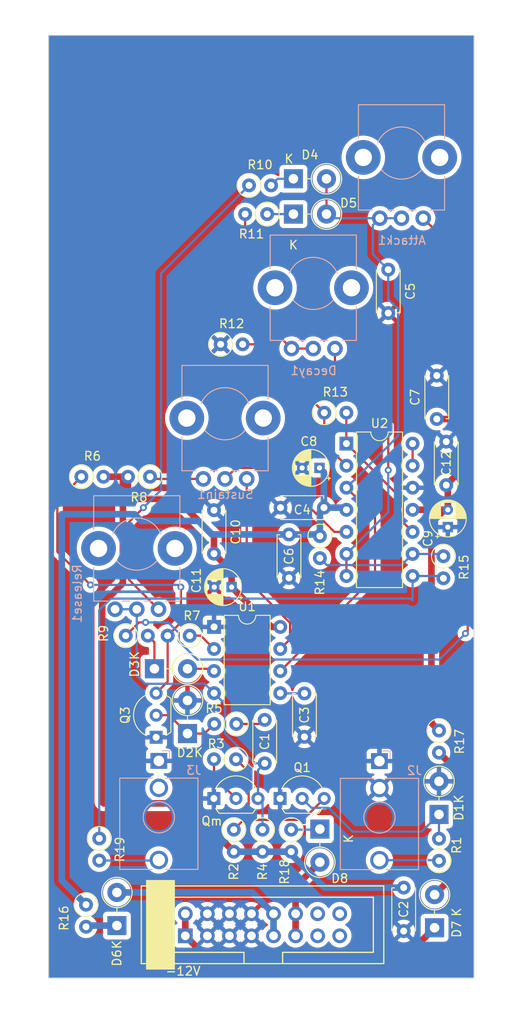
<source format=kicad_pcb>
(kicad_pcb (version 20221018) (generator pcbnew)
  (layers (0 "F.Cu" signal) (31 "B.Cu" signal) (34 "B.Paste" user) (35 "F.Paste" user) (36 "B.SilkS" user "B.Silkscreen") (37 "F.SilkS" user "F.Silkscreen") (38 "B.Mask" user) (39 "F.Mask" user) (44 "Edge.Cuts" user))
  (net 0 "")
  (net 1 "Net-(Attack1-Pad2)")
  (net 2 "Net-(Attack1-Pad1)")
  (net 3 "Net-(C1-Pad1)")
  (net 4 "Net-(C1-Pad2)")
  (net 5 "GND")
  (net 6 "+5V")
  (net 7 "Net-(C3-Pad2)")
  (net 8 "+12V")
  (net 9 "-12V")
  (net 10 "Net-(D1-Pad1)")
  (net 11 "Net-(D2-Pad1)")
  (net 12 "Net-(D3-Pad1)")
  (net 13 "Net-(D3-Pad2)")
  (net 14 "Net-(D4-Pad1)")
  (net 15 "Net-(D5-Pad1)")
  (net 16 "Net-(D6-Pad1)")
  (net 17 "Net-(D6-Pad2)")
  (net 18 "Net-(D7-Pad1)")
  (net 19 "Net-(D7-Pad2)")
  (net 20 "Net-(D8-Pad1)")
  (net 21 "Net-(D8-Pad2)")
  (net 22 "Net-(Decay1-Pad2)")
  (net 23 "Net-(Decay1-Pad1)")
  (net 28 "Net-(J2-PadT)")
  (net 29 "Net-(J3-PadT)")
  (net 31 "Net-(R7-Pad1)")
  (net 32 "Net-(R8-Pad1)")
  (net 33 "Net-(R10-Pad1)")
  (net 34 "Net-(R12-Pad2)")
  (net 35 "Net-(R13-Pad2)")
  (net 36 "Net-(R14-Pad2)")
  (net 37 "Net-(R15-Pad2)")
  (net 38 "Net-(Sustain1-Pad2)")
  (net 39 "Net-(Sustain1-Pad1)")
  (net 40 "Net-(Q1-Pad3)")
  (net 41 "Net-(Q2-Pad2)")
  (net 42 "Net-(Q3-Pad3)")
  (net 43 "Net-(U2-Pad13)")
  (footprint "Diode_THT:D_DO-41_SOD81_P3.81mm_Vertical_KathodeUp" (layer "F.Cu") (at 137.668 140.044818 90)
    (fp_text reference "D7" (at -0.163182 2.54 90) (layer "F.SilkS"))
    (fp_text value "1N5819")
    (fp_text user "K" (at 1.8 2.54 90) (layer "F.SilkS"))
    (pad "1" thru_hole rect (at 0 0 90) (size 2.2 2.2) (drill 1.1) (layers "*.Cu" "*.Mask") (net 18 "Net-(D7-Pad1)"))
    (pad "2" thru_hole oval (at 3.81 0 90) (size 2.2 2.2) (drill 1.1) (layers "*.Cu" "*.Mask") (net 19 "Net-(D7-Pad2)"))
  )
  (footprint "Resistor_THT:R_Axial_DIN0207_L6.3mm_D2.5mm_P2.54mm_Vertical" (layer "F.Cu") (at 117.856 128.749001 -90)
    (fp_text reference "R4" (at 4.854999 0 90) (layer "F.SilkS"))
    (fp_text value "10k")
    (pad "1" thru_hole circle (at 0 0 270) (size 1.6 1.6) (drill 0.8) (layers "*.Cu" "*.Mask") (net 3 "Net-(C1-Pad1)"))
    (pad "2" thru_hole oval (at 2.54 0 270) (size 1.6 1.6) (drill 0.8) (layers "*.Cu" "*.Mask") (net 6 "+5V"))
  )
  (footprint "Package_DIP:DIP-14_W7.62mm" (layer "F.Cu") (at 127.518 84.323001)
    (fp_text reference "U2" (at 3.81 -2.33) (layer "F.SilkS"))
    (fp_text value "LM324")
    (pad "1" thru_hole rect (at 0 0) (size 1.6 1.6) (drill 0.8) (layers "*.Cu" "*.Mask") (net 35 "Net-(R13-Pad2)"))
    (pad "2" thru_hole oval (at 0 2.54) (size 1.6 1.6) (drill 0.8) (layers "*.Cu" "*.Mask") (net 34 "Net-(R12-Pad2)"))
    (pad "3" thru_hole oval (at 0 5.08) (size 1.6 1.6) (drill 0.8) (layers "*.Cu" "*.Mask") (net 1 "Net-(Attack1-Pad2)"))
    (pad "4" thru_hole oval (at 0 7.62) (size 1.6 1.6) (drill 0.8) (layers "*.Cu" "*.Mask") (net 8 "+12V"))
    (pad "5" thru_hole oval (at 0 10.16) (size 1.6 1.6) (drill 0.8) (layers "*.Cu" "*.Mask") (net 38 "Net-(Sustain1-Pad2)"))
    (pad "6" thru_hole oval (at 0 12.7) (size 1.6 1.6) (drill 0.8) (layers "*.Cu" "*.Mask") (net 23 "Net-(Decay1-Pad1)"))
    (pad "7" thru_hole oval (at 0 15.24) (size 1.6 1.6) (drill 0.8) (layers "*.Cu" "*.Mask") (net 23 "Net-(Decay1-Pad1)"))
    (pad "8" thru_hole oval (at 7.62 15.24) (size 1.6 1.6) (drill 0.8) (layers "*.Cu" "*.Mask") (net 37 "Net-(R15-Pad2)"))
    (pad "9" thru_hole oval (at 7.62 12.7) (size 1.6 1.6) (drill 0.8) (layers "*.Cu" "*.Mask") (net 36 "Net-(R14-Pad2)"))
    (pad "10" thru_hole oval (at 7.62 10.16) (size 1.6 1.6) (drill 0.8) (layers "*.Cu" "*.Mask") (net 35 "Net-(R13-Pad2)"))
    (pad "11" thru_hole oval (at 7.62 7.62) (size 1.6 1.6) (drill 0.8) (layers "*.Cu" "*.Mask") (net 9 "-12V"))
    (pad "12" thru_hole oval (at 7.62 5.08) (size 1.6 1.6) (drill 0.8) (layers "*.Cu" "*.Mask") (net 5 "GND"))
    (pad "13" thru_hole oval (at 7.62 2.54) (size 1.6 1.6) (drill 0.8) (layers "*.Cu" "*.Mask") (net 43 "Net-(U2-Pad13)"))
    (pad "14" thru_hole oval (at 7.62 0) (size 1.6 1.6) (drill 0.8) (layers "*.Cu" "*.Mask") (net 43 "Net-(U2-Pad13)"))
  )
  (footprint "Capacitor_THT:C_Disc_D4.7mm_W2.5mm_P5.00mm" (layer "F.Cu") (at 118.11 121.118001 90)
    (fp_text reference "C1" (at 2.5 0 90) (layer "F.SilkS"))
    (fp_text value "0.1u")
    (pad "1" thru_hole circle (at 0 0 90) (size 1.6 1.6) (drill 0.8) (layers "*.Cu" "*.Mask") (net 3 "Net-(C1-Pad1)"))
    (pad "2" thru_hole circle (at 5 0 90) (size 1.6 1.6) (drill 0.8) (layers "*.Cu" "*.Mask") (net 4 "Net-(C1-Pad2)"))
  )
  (footprint "Capacitor_THT:C_Disc_D4.7mm_W2.5mm_P5.00mm" (layer "F.Cu") (at 122.682 118.070001 90)
    (fp_text reference "C3" (at 2.500001 0 90) (layer "F.SilkS"))
    (fp_text value "0.1u")
    (pad "1" thru_hole circle (at 0 0 90) (size 1.6 1.6) (drill 0.8) (layers "*.Cu" "*.Mask") (net 5 "GND"))
    (pad "2" thru_hole circle (at 5 0 90) (size 1.6 1.6) (drill 0.8) (layers "*.Cu" "*.Mask") (net 7 "Net-(C3-Pad2)"))
  )
  (footprint "Resistor_THT:R_Axial_DIN0207_L6.3mm_D2.5mm_P2.54mm_Vertical" (layer "F.Cu") (at 114.554 128.749001 -90)
    (fp_text reference "R2" (at 4.854999 0 90) (layer "F.SilkS"))
    (fp_text value "10k")
    (pad "1" thru_hole circle (at 0 0 270) (size 1.6 1.6) (drill 0.8) (layers "*.Cu" "*.Mask") (net 40 "Net-(Q1-Pad3)"))
    (pad "2" thru_hole oval (at 2.54 0 270) (size 1.6 1.6) (drill 0.8) (layers "*.Cu" "*.Mask") (net 6 "+5V"))
  )
  (footprint "Package_TO_SOT_THT:TO-92L_Inline_Wide" (layer "F.Cu") (at 112.258 125.164001)
    (fp_text reference "Qm" (at -0.244 2.597999) (layer "F.SilkS"))
    (fp_text value "2N3904")
    (pad "1" thru_hole rect (at 0 0) (size 1.5 1.5) (drill 0.8) (layers "*.Cu" "*.Mask") (net 5 "GND"))
    (pad "2" thru_hole circle (at 2.54 0) (size 1.5 1.5) (drill 0.8) (layers "*.Cu" "*.Mask") (net 41 "Net-(Q2-Pad2)"))
    (pad "3" thru_hole circle (at 5.08 0) (size 1.5 1.5) (drill 0.8) (layers "*.Cu" "*.Mask") (net 3 "Net-(C1-Pad1)"))
  )
  (footprint "Capacitor_THT:C_Disc_D4.7mm_W2.5mm_P5.00mm" (layer "F.Cu") (at 124.928 91.694001 180)
    (fp_text reference "C4" (at 2.5 -0.253999) (layer "F.SilkS"))
    (fp_text value "0.1u")
    (pad "1" thru_hole circle (at 0 0 180) (size 1.6 1.6) (drill 0.8) (layers "*.Cu" "*.Mask") (net 8 "+12V"))
    (pad "2" thru_hole circle (at 5 0 180) (size 1.6 1.6) (drill 0.8) (layers "*.Cu" "*.Mask") (net 5 "GND"))
  )
  (footprint "Capacitor_THT:C_Disc_D4.7mm_W2.5mm_P5.00mm" (layer "F.Cu") (at 134.112 140.422001 90)
    (fp_text reference "C2" (at 2.5 0 90) (layer "F.SilkS"))
    (fp_text value "0.1u")
    (pad "1" thru_hole circle (at 0 0 90) (size 1.6 1.6) (drill 0.8) (layers "*.Cu" "*.Mask") (net 5 "GND"))
    (pad "2" thru_hole circle (at 5 0 90) (size 1.6 1.6) (drill 0.8) (layers "*.Cu" "*.Mask") (net 6 "+5V"))
  )
  (footprint "Diode_THT:D_DO-41_SOD81_P3.81mm_Vertical_KathodeUp" (layer "F.Cu") (at 124.46 128.687183 -90)
    (fp_text reference "D8" (at 5.678817 -2.286 180) (layer "F.SilkS"))
    (fp_text value "1N5819")
    (fp_text user "K" (at 1.106817 -3.302 90) (layer "F.SilkS"))
    (pad "1" thru_hole rect (at 0 0 270) (size 2.2 2.2) (drill 1.1) (layers "*.Cu" "*.Mask") (net 20 "Net-(D8-Pad1)"))
    (pad "2" thru_hole oval (at 3.81 0 270) (size 2.2 2.2) (drill 1.1) (layers "*.Cu" "*.Mask") (net 21 "Net-(D8-Pad2)"))
  )
  (footprint "Capacitor_THT:C_Disc_D4.7mm_W2.5mm_P5.00mm" (layer "F.Cu") (at 137.922 81.494001 90)
    (fp_text reference "C7" (at 2.5 -2.5 90) (layer "F.SilkS"))
    (fp_text value "0.1u")
    (pad "1" thru_hole circle (at 0 0 90) (size 1.6 1.6) (drill 0.8) (layers "*.Cu" "*.Mask") (net 9 "-12V"))
    (pad "2" thru_hole circle (at 5 0 90) (size 1.6 1.6) (drill 0.8) (layers "*.Cu" "*.Mask") (net 5 "GND"))
  )
  (footprint "Resistor_THT:R_Axial_DIN0207_L6.3mm_D2.5mm_P2.54mm_Vertical" (layer "F.Cu") (at 114.808 120.650001 180)
    (fp_text reference "R3" (at 2.286 1.778001) (layer "F.SilkS"))
    (fp_text value "5.6k")
    (pad "1" thru_hole circle (at 0 0 180) (size 1.6 1.6) (drill 0.8) (layers "*.Cu" "*.Mask") (net 40 "Net-(Q1-Pad3)"))
    (pad "2" thru_hole oval (at 2.54 0 180) (size 1.6 1.6) (drill 0.8) (layers "*.Cu" "*.Mask") (net 41 "Net-(Q2-Pad2)"))
  )
  (footprint "Resistor_THT:R_Axial_DIN0207_L6.3mm_D2.5mm_P2.54mm_Vertical" (layer "F.Cu") (at 116.303 54.610001)
    (fp_text reference "R10" (at 1.27 -2.37) (layer "F.SilkS"))
    (fp_text value "180")
    (pad "1" thru_hole circle (at 0 0) (size 1.6 1.6) (drill 0.8) (layers "*.Cu" "*.Mask") (net 33 "Net-(R10-Pad1)"))
    (pad "2" thru_hole oval (at 2.54 0) (size 1.6 1.6) (drill 0.8) (layers "*.Cu" "*.Mask") (net 14 "Net-(D4-Pad1)"))
  )
  (footprint "Resistor_THT:R_Axial_DIN0207_L6.3mm_D2.5mm_P2.54mm_Vertical" (layer "F.Cu") (at 109.474 106.426001 180)
    (fp_text reference "R7" (at -0.254 2.286001) (layer "F.SilkS"))
    (fp_text value "1k")
    (pad "1" thru_hole circle (at 0 0 180) (size 1.6 1.6) (drill 0.8) (layers "*.Cu" "*.Mask") (net 31 "Net-(R7-Pad1)"))
    (pad "2" thru_hole oval (at 2.54 0 180) (size 1.6 1.6) (drill 0.8) (layers "*.Cu" "*.Mask") (net 42 "Net-(Q3-Pad3)"))
  )
  (footprint "Package_DIP:DIP-8_W7.62mm" (layer "F.Cu") (at 112.278 105.420001)
    (fp_text reference "U1" (at 3.81 -2.33) (layer "F.SilkS"))
    (fp_text value "NE555P")
    (pad "1" thru_hole rect (at 0 0) (size 1.6 1.6) (drill 0.8) (layers "*.Cu" "*.Mask") (net 5 "GND"))
    (pad "2" thru_hole oval (at 0 2.54) (size 1.6 1.6) (drill 0.8) (layers "*.Cu" "*.Mask") (net 31 "Net-(R7-Pad1)"))
    (pad "3" thru_hole oval (at 0 5.08) (size 1.6 1.6) (drill 0.8) (layers "*.Cu" "*.Mask") (net 13 "Net-(D3-Pad2)"))
    (pad "4" thru_hole oval (at 0 7.62) (size 1.6 1.6) (drill 0.8) (layers "*.Cu" "*.Mask") (net 3 "Net-(C1-Pad1)"))
    (pad "5" thru_hole oval (at 7.62 7.62) (size 1.6 1.6) (drill 0.8) (layers "*.Cu" "*.Mask") (net 7 "Net-(C3-Pad2)"))
    (pad "6" thru_hole oval (at 7.62 5.08) (size 1.6 1.6) (drill 0.8) (layers "*.Cu" "*.Mask") (net 1 "Net-(Attack1-Pad2)"))
    (pad "7" thru_hole oval (at 7.62 2.54) (size 1.6 1.6) (drill 0.8) (layers "*.Cu" "*.Mask") (net 39 "Net-(Sustain1-Pad1)"))
    (pad "8" thru_hole oval (at 7.62 0) (size 1.6 1.6) (drill 0.8) (layers "*.Cu" "*.Mask") (net 6 "+5V"))
  )
  (footprint "Resistor_THT:R_Axial_DIN0207_L6.3mm_D2.5mm_P2.54mm_Vertical" (layer "F.Cu") (at 96.999 88.138001)
    (fp_text reference "R6" (at 1.27 -2.37) (layer "F.SilkS"))
    (fp_text value "10k")
    (pad "1" thru_hole circle (at 0 0) (size 1.6 1.6) (drill 0.8) (layers "*.Cu" "*.Mask") (net 42 "Net-(Q3-Pad3)"))
    (pad "2" thru_hole oval (at 2.54 0) (size 1.6 1.6) (drill 0.8) (layers "*.Cu" "*.Mask") (net 6 "+5V"))
  )
  (footprint "Custom_Footprints:Eurorack_16_pin_header" (layer "F.Cu") (at 108.966 140.970001)
    (fp_text reference "J1" hide)
    (fp_text value "Eurorack 16 DIP Header" hide)
    (fp_text user "-12V" (at -0.254 4.063999) (layer "F.SilkS"))
    (pad "1" thru_hole rect (at 0 0) (size 1.7 1.7) (drill 1) (layers "*.Cu" "*.Mask") (net 18 "Net-(D7-Pad1)"))
    (pad "2" thru_hole circle (at 0 -2.54) (size 1.7 1.7) (drill 1) (layers "*.Cu" "*.Mask") (net 18 "Net-(D7-Pad1)"))
    (pad "3" thru_hole circle (at 2.54 0) (size 1.7 1.7) (drill 1) (layers "*.Cu" "*.Mask") (net 5 "GND"))
    (pad "4" thru_hole circle (at 2.54 -2.54) (size 1.7 1.7) (drill 1) (layers "*.Cu" "*.Mask") (net 5 "GND"))
    (pad "5" thru_hole circle (at 5.08 0) (size 1.7 1.7) (drill 1) (layers "*.Cu" "*.Mask") (net 5 "GND"))
    (pad "6" thru_hole circle (at 5.08 -2.54) (size 1.7 1.7) (drill 1) (layers "*.Cu" "*.Mask") (net 5 "GND"))
    (pad "7" thru_hole circle (at 7.62 0) (size 1.7 1.7) (drill 1) (layers "*.Cu" "*.Mask") (net 5 "GND"))
    (pad "8" thru_hole circle (at 7.62 -2.54) (size 1.7 1.7) (drill 1) (layers "*.Cu" "*.Mask") (net 5 "GND"))
    (pad "9" thru_hole circle (at 10.16 0) (size 1.7 1.7) (drill 1) (layers "*.Cu" "*.Mask") (net 17 "Net-(D6-Pad2)"))
    (pad "10" thru_hole circle (at 10.16 -2.54) (size 1.7 1.7) (drill 1) (layers "*.Cu" "*.Mask") (net 17 "Net-(D6-Pad2)"))
    (pad "11" thru_hole circle (at 12.7 0) (size 1.7 1.7) (drill 1) (layers "*.Cu" "*.Mask") (net 21 "Net-(D8-Pad2)"))
    (pad "12" thru_hole circle (at 12.7 -2.54) (size 1.7 1.7) (drill 1) (layers "*.Cu" "*.Mask") (net 21 "Net-(D8-Pad2)"))
    (pad "13" thru_hole circle (at 15.24 0) (size 1.7 1.7) (drill 1) (layers "*.Cu" "*.Mask"))
    (pad "14" thru_hole circle (at 15.24 -2.54) (size 1.7 1.7) (drill 1) (layers "*.Cu" "*.Mask"))
    (pad "15" thru_hole circle (at 17.78 0) (size 1.7 1.7) (drill 1) (layers "*.Cu" "*.Mask"))
    (pad "16" thru_hole circle (at 17.78 -2.54) (size 1.7 1.7) (drill 1) (layers "*.Cu" "*.Mask"))
  )
  (footprint "Diode_THT:D_DO-41_SOD81_P3.81mm_Vertical_KathodeUp" (layer "F.Cu") (at 121.412 57.912001)
    (fp_text reference "D5" (at 6.35 -1.270001) (layer "F.SilkS"))
    (fp_text value "1N4148")
    (fp_text user "K" (at 0 3.555999) (layer "F.SilkS"))
    (pad "1" thru_hole rect (at 0 0) (size 2.2 2.2) (drill 1.1) (layers "*.Cu" "*.Mask") (net 15 "Net-(D5-Pad1)"))
    (pad "2" thru_hole oval (at 3.81 0) (size 2.2 2.2) (drill 1.1) (layers "*.Cu" "*.Mask") (net 1 "Net-(Attack1-Pad2)"))
  )
  (footprint "Capacitor_THT:C_Disc_D4.7mm_W2.5mm_P5.00mm" (layer "F.Cu") (at 139.01 89.1 90)
    (fp_text reference "C12" (at 2.5 0 90) (layer "F.SilkS"))
    (fp_text value "0.1u")
    (pad "1" thru_hole circle (at 0 0 90) (size 1.6 1.6) (drill 0.8) (layers "*.Cu" "*.Mask") (net 9 "-12V"))
    (pad "2" thru_hole circle (at 5 0 90) (size 1.6 1.6) (drill 0.8) (layers "*.Cu" "*.Mask") (net 5 "GND"))
  )
  (footprint "Resistor_THT:R_Axial_DIN0207_L6.3mm_D2.5mm_P2.54mm_Vertical" (layer "F.Cu") (at 118.393 57.912001 180)
    (fp_text reference "R11" (at 1.807 -2.285999) (layer "F.SilkS"))
    (fp_text value "180")
    (pad "1" thru_hole circle (at 0 0 180) (size 1.6 1.6) (drill 0.8) (layers "*.Cu" "*.Mask") (net 15 "Net-(D5-Pad1)"))
    (pad "2" thru_hole oval (at 2.54 0 180) (size 1.6 1.6) (drill 0.8) (layers "*.Cu" "*.Mask") (net 22 "Net-(Decay1-Pad2)"))
  )
  (footprint "Diode_THT:D_DO-41_SOD81_P3.81mm_Vertical_KathodeUp" (layer "F.Cu") (at 121.412 53.848)
    (fp_text reference "D4" (at 1.905 -2.750635) (layer "F.SilkS"))
    (fp_text value "1N4148")
    (fp_text user "K" (at -0.508 -2.286001) (layer "F.SilkS"))
    (pad "1" thru_hole rect (at 0 0) (size 2.2 2.2) (drill 1.1) (layers "*.Cu" "*.Mask") (net 14 "Net-(D4-Pad1)"))
    (pad "2" thru_hole oval (at 3.81 0) (size 2.2 2.2) (drill 1.1) (layers "*.Cu" "*.Mask") (net 1 "Net-(Attack1-Pad2)"))
  )
  (footprint "Capacitor_THT:C_Disc_D4.7mm_W2.5mm_P5.00mm" (layer "F.Cu") (at 132.334 69.302 90)
    (fp_text reference "C5" (at 2.5 2.54 90) (layer "F.SilkS"))
    (fp_text value "3.3u")
    (pad "1" thru_hole circle (at 0 0 90) (size 1.6 1.6) (drill 0.8) (layers "*.Cu" "*.Mask") (net 5 "GND"))
    (pad "2" thru_hole circle (at 5 0 90) (size 1.6 1.6) (drill 0.8) (layers "*.Cu" "*.Mask") (net 1 "Net-(Attack1-Pad2)"))
  )
  (footprint "Diode_THT:D_DO-41_SOD81_P3.81mm_Vertical_KathodeUp" (layer "F.Cu") (at 109.22 117.692818 90)
    (fp_text reference "D2" (at -2.195182 -0.254 180) (layer "F.SilkS"))
    (fp_text value "1N4148")
    (fp_text user "K" (at -2.195182 1.27 180) (layer "F.SilkS"))
    (pad "1" thru_hole rect (at 0 0 90) (size 2.2 2.2) (drill 1.1) (layers "*.Cu" "*.Mask") (net 11 "Net-(D2-Pad1)"))
    (pad "2" thru_hole oval (at 3.81 0 90) (size 2.2 2.2) (drill 1.1) (layers "*.Cu" "*.Mask") (net 5 "GND"))
  )
  (footprint "Resistor_THT:R_Axial_DIN0207_L6.3mm_D2.5mm_P2.54mm_Vertical" (layer "F.Cu") (at 138.684 97.282001 -90)
    (fp_text reference "R15" (at 1.27 -2.37 90) (layer "F.SilkS"))
    (fp_text value "5k")
    (pad "1" thru_hole circle (at 0 0 270) (size 1.6 1.6) (drill 0.8) (layers "*.Cu" "*.Mask") (net 36 "Net-(R14-Pad2)"))
    (pad "2" thru_hole oval (at 2.54 0 270) (size 1.6 1.6) (drill 0.8) (layers "*.Cu" "*.Mask") (net 37 "Net-(R15-Pad2)"))
  )
  (footprint "Diode_THT:D_DO-41_SOD81_P3.81mm_Vertical_KathodeUp" (layer "F.Cu") (at 101.092 139.790818 90)
    (fp_text reference "D6" (at -3.719182 0 90) (layer "F.SilkS"))
    (fp_text value "1N5819")
    (fp_text user "K" (at -2.195182 0 90) (layer "F.SilkS"))
    (pad "1" thru_hole rect (at 0 0 90) (size 2.2 2.2) (drill 1.1) (layers "*.Cu" "*.Mask") (net 16 "Net-(D6-Pad1)"))
    (pad "2" thru_hole oval (at 3.81 0 90) (size 2.2 2.2) (drill 1.1) (layers "*.Cu" "*.Mask") (net 17 "Net-(D6-Pad2)"))
  )
  (footprint "Diode_THT:D_DO-41_SOD81_P3.81mm_Vertical_KathodeUp" (layer "F.Cu") (at 105.41 110.236001)
    (fp_text reference "D3" (at -2.286 -0.000001 90) (layer "F.SilkS"))
    (fp_text value "1N4148")
    (fp_text user "K" (at -2.286 -1.524001 90) (layer "F.SilkS"))
    (pad "1" thru_hole rect (at 0 0) (size 2.2 2.2) (drill 1.1) (layers "*.Cu" "*.Mask") (net 12 "Net-(D3-Pad1)"))
    (pad "2" thru_hole oval (at 3.81 0) (size 2.2 2.2) (drill 1.1) (layers "*.Cu" "*.Mask") (net 13 "Net-(D3-Pad2)"))
  )
  (footprint "Resistor_THT:R_Axial_DIN0207_L6.3mm_D2.5mm_P2.54mm_Vertical" (layer "F.Cu") (at 99.06 129.765001 -90)
    (fp_text reference "R19" (at 1.27 -2.37 90) (layer "F.SilkS"))
    (fp_text value "1k")
    (pad "1" thru_hole circle (at 0 0 270) (size 1.6 1.6) (drill 0.8) (layers "*.Cu" "*.Mask") (net 37 "Net-(R15-Pad2)"))
    (pad "2" thru_hole oval (at 2.54 0 270) (size 1.6 1.6) (drill 0.8) (layers "*.Cu" "*.Mask") (net 29 "Net-(J3-PadT)"))
  )
  (footprint "Resistor_THT:R_Axial_DIN0207_L6.3mm_D2.5mm_P2.54mm_Vertical" (layer "F.Cu") (at 138.176 117.348001 -90)
    (fp_text reference "R17" (at 1.27 -2.37 90) (layer "F.SilkS"))
    (fp_text value "10")
    (pad "1" thru_hole circle (at 0 0 270) (size 1.6 1.6) (drill 0.8) (layers "*.Cu" "*.Mask") (net 9 "-12V"))
    (pad "2" thru_hole oval (at 2.54 0 270) (size 1.6 1.6) (drill 0.8) (layers "*.Cu" "*.Mask") (net 19 "Net-(D7-Pad2)"))
  )
  (footprint "Resistor_THT:R_Axial_DIN0207_L6.3mm_D2.5mm_P2.54mm_Vertical" (layer "F.Cu") (at 114.837 116.586001 180)
    (fp_text reference "R5" (at 2.569 1.778001) (layer "F.SilkS"))
    (fp_text value "5.6k")
    (pad "1" thru_hole circle (at 0 0 180) (size 1.6 1.6) (drill 0.8) (layers "*.Cu" "*.Mask") (net 4 "Net-(C1-Pad2)"))
    (pad "2" thru_hole oval (at 2.54 0 180) (size 1.6 1.6) (drill 0.8) (layers "*.Cu" "*.Mask") (net 11 "Net-(D2-Pad1)"))
  )
  (footprint "Package_TO_SOT_THT:TO-92L_Inline_Wide" (layer "F.Cu") (at 119.878 125.164001)
    (fp_text reference "Q1" (at 2.54 -3.56) (layer "F.SilkS"))
    (fp_text value "2N3904")
    (pad "1" thru_hole rect (at 0 0) (size 1.5 1.5) (drill 0.8) (layers "*.Cu" "*.Mask") (net 5 "GND"))
    (pad "2" thru_hole circle (at 2.54 0) (size 1.5 1.5) (drill 0.8) (layers "*.Cu" "*.Mask") (net 10 "Net-(D1-Pad1)"))
    (pad "3" thru_hole circle (at 5.08 0) (size 1.5 1.5) (drill 0.8) (layers "*.Cu" "*.Mask") (net 40 "Net-(Q1-Pad3)"))
  )
  (footprint "Diode_THT:D_DO-41_SOD81_P3.81mm_Vertical_KathodeUp" (layer "F.Cu") (at 138.176 127.000001 90)
    (fp_text reference "D1" (at 0.254001 2.286 90) (layer "F.SilkS"))
    (fp_text value "1N4148")
    (fp_text user "K" (at 1.778001 2.286 90) (layer "F.SilkS"))
    (pad "1" thru_hole rect (at 0 0 90) (size 2.2 2.2) (drill 1.1) (layers "*.Cu" "*.Mask") (net 10 "Net-(D1-Pad1)"))
    (pad "2" thru_hole oval (at 3.81 0 90) (size 2.2 2.2) (drill 1.1) (layers "*.Cu" "*.Mask") (net 5 "GND"))
  )
  (footprint "Resistor_THT:R_Axial_DIN0207_L6.3mm_D2.5mm_P2.54mm_Vertical" (layer "F.Cu") (at 102.108 106.426001)
    (fp_text reference "R9" (at -2.54 -0.254001 90) (layer "F.SilkS"))
    (fp_text value "180")
    (pad "1" thru_hole circle (at 0 0) (size 1.6 1.6) (drill 0.8) (layers "*.Cu" "*.Mask") (net 2 "Net-(Attack1-Pad1)"))
    (pad "2" thru_hole oval (at 2.54 0) (size 1.6 1.6) (drill 0.8) (layers "*.Cu" "*.Mask") (net 12 "Net-(D3-Pad1)"))
  )
  (footprint "Resistor_THT:R_Axial_DIN0207_L6.3mm_D2.5mm_P2.54mm_Vertical" (layer "F.Cu") (at 124.968 80.772001)
    (fp_text reference "R13" (at 1.27 -2.37) (layer "F.SilkS"))
    (fp_text value "10k")
    (pad "1" thru_hole circle (at 0 0) (size 1.6 1.6) (drill 0.8) (layers "*.Cu" "*.Mask") (net 34 "Net-(R12-Pad2)"))
    (pad "2" thru_hole oval (at 2.54 0) (size 1.6 1.6) (drill 0.8) (layers "*.Cu" "*.Mask") (net 35 "Net-(R13-Pad2)"))
  )
  (footprint "Resistor_THT:R_Axial_DIN0207_L6.3mm_D2.5mm_P2.54mm_Vertical" (layer "F.Cu") (at 124.46 94.967001 -90)
    (fp_text reference "R14" (at 5.362999 0 90) (layer "F.SilkS"))
    (fp_text value "150k")
    (pad "1" thru_hole circle (at 0 0 270) (size 1.6 1.6) (drill 0.8) (layers "*.Cu" "*.Mask") (net 8 "+12V"))
    (pad "2" thru_hole oval (at 2.54 0 270) (size 1.6 1.6) (drill 0.8) (layers "*.Cu" "*.Mask") (net 36 "Net-(R14-Pad2)"))
  )
  (footprint "Resistor_THT:R_Axial_DIN0207_L6.3mm_D2.5mm_P2.54mm_Vertical" (layer "F.Cu") (at 97.536 137.385001 -90)
    (fp_text reference "R16" (at 1.552999 2.54 90) (layer "F.SilkS"))
    (fp_text value "10")
    (pad "1" thru_hole circle (at 0 0 270) (size 1.6 1.6) (drill 0.8) (layers "*.Cu" "*.Mask") (net 8 "+12V"))
    (pad "2" thru_hole oval (at 2.54 0 270) (size 1.6 1.6) (drill 0.8) (layers "*.Cu" "*.Mask") (net 16 "Net-(D6-Pad1)"))
  )
  (footprint "Resistor_THT:R_Axial_DIN0207_L6.3mm_D2.5mm_P2.54mm_Vertical" (layer "F.Cu") (at 113.03 72.898001)
    (fp_text reference "R12" (at 1.27 -2.37) (layer "F.SilkS"))
    (fp_text value "7k")
    (pad "1" thru_hole circle (at 0 0) (size 1.6 1.6) (drill 0.8) (layers "*.Cu" "*.Mask") (net 5 "GND"))
    (pad "2" thru_hole oval (at 2.54 0) (size 1.6 1.6) (drill 0.8) (layers "*.Cu" "*.Mask") (net 34 "Net-(R12-Pad2)"))
  )
  (footprint "Resistor_THT:R_Axial_DIN0207_L6.3mm_D2.5mm_P2.54mm_Vertical" (layer "F.Cu") (at 121.158 128.749001 -90)
    (fp_text reference "R18" (at 4.854999 0.762 90) (layer "F.SilkS"))
    (fp_text value "10")
    (pad "1" thru_hole circle (at 0 0 270) (size 1.6 1.6) (drill 0.8) (layers "*.Cu" "*.Mask") (net 20 "Net-(D8-Pad1)"))
    (pad "2" thru_hole oval (at 2.54 0 270) (size 1.6 1.6) (drill 0.8) (layers "*.Cu" "*.Mask") (net 6 "+5V"))
  )
  (footprint "Resistor_THT:R_Axial_DIN0207_L6.3mm_D2.5mm_P2.54mm_Vertical" (layer "F.Cu") (at 138.176 132.334001 90)
    (fp_text reference "R1" (at 1.778001 2.032 90) (layer "F.SilkS"))
    (fp_text value "5.6k")
    (pad "1" thru_hole circle (at 0 0 90) (size 1.6 1.6) (drill 0.8) (layers "*.Cu" "*.Mask") (net 28 "Net-(J2-PadT)"))
    (pad "2" thru_hole oval (at 2.54 0 90) (size 1.6 1.6) (drill 0.8) (layers "*.Cu" "*.Mask") (net 10 "Net-(D1-Pad1)"))
  )
  (footprint "Capacitor_THT:CP_Radial_D4.0mm_P2.00mm" (layer "F.Cu") (at 139.192 93.9366 90)
    (fp_text reference "C9" (at -1.3134 -2.286 90) (layer "F.SilkS"))
    (fp_text value "47u")
    (pad "1" thru_hole rect (at 0 0 90) (size 1.2 1.2) (drill 0.6) (layers "*.Cu" "*.Mask") (net 5 "GND"))
    (pad "2" thru_hole circle (at 2 0 90) (size 1.2 1.2) (drill 0.6) (layers "*.Cu" "*.Mask") (net 9 "-12V"))
  )
  (footprint "Resistor_THT:R_Axial_DIN0207_L6.3mm_D2.5mm_P2.54mm_Vertical" (layer "F.Cu") (at 104.902 88.138001 180)
    (fp_text reference "R8" (at 1.27 -2.37) (layer "F.SilkS"))
    (fp_text value "5.6k")
    (pad "1" thru_hole circle (at 0 0 180) (size 1.6 1.6) (drill 0.8) (layers "*.Cu" "*.Mask") (net 32 "Net-(R8-Pad1)"))
    (pad "2" thru_hole oval (at 2.54 0 180) (size 1.6 1.6) (drill 0.8) (layers "*.Cu" "*.Mask") (net 6 "+5V"))
  )
  (footprint "Capacitor_THT:C_Disc_D4.7mm_W2.5mm_P5.00mm" (layer "F.Cu") (at 120.904 99.782001 90)
    (fp_text reference "C6" (at 2.5 0 90) (layer "F.SilkS"))
    (fp_text value "0.1u")
    (pad "1" thru_hole circle (at 0 0 90) (size 1.6 1.6) (drill 0.8) (layers "*.Cu" "*.Mask") (net 5 "GND"))
    (pad "2" thru_hole circle (at 5 0 90) (size 1.6 1.6) (drill 0.8) (layers "*.Cu" "*.Mask") (net 8 "+12V"))
  )
  (footprint "Capacitor_THT:C_Disc_D4.7mm_W2.5mm_P5.00mm" (layer "F.Cu") (at 112.268 91.988001 -90)
    (fp_text reference "C10" (at 2.5 -2.5 90) (layer "F.SilkS"))
    (fp_text value "0.1u")
    (pad "1" thru_hole circle (at 0 0 270) (size 1.6 1.6) (drill 0.8) (layers "*.Cu" "*.Mask") (net 5 "GND"))
    (pad "2" thru_hole circle (at 5 0 270) (size 1.6 1.6) (drill 0.8) (layers "*.Cu" "*.Mask") (net 6 "+5V"))
  )
  (footprint "Capacitor_THT:CP_Radial_D4.0mm_P2.00mm" (layer "F.Cu") (at 124.4166 87.122001 180)
    (fp_text reference "C8" (at 1.2266 3.048001) (layer "F.SilkS"))
    (fp_text value "47u")
    (pad "1" thru_hole rect (at 0 0 180) (size 1.2 1.2) (drill 0.6) (layers "*.Cu" "*.Mask") (net 8 "+12V"))
    (pad "2" thru_hole circle (at 2 0 180) (size 1.2 1.2) (drill 0.6) (layers "*.Cu" "*.Mask") (net 5 "GND"))
  )
  (footprint "Package_TO_SOT_THT:TO-92L_Inline_Wide" (layer "F.Cu") (at 105.606 118.120001 90)
    (fp_text reference "Q3" (at 2.54 -3.56 90) (layer "F.SilkS"))
    (fp_text value "2N3904")
    (pad "1" thru_hole rect (at 0 0 90) (size 1.5 1.5) (drill 0.8) (layers "*.Cu" "*.Mask") (net 5 "GND"))
    (pad "2" thru_hole circle (at 2.54 0 90) (size 1.5 1.5) (drill 0.8) (layers "*.Cu" "*.Mask") (net 11 "Net-(D2-Pad1)"))
    (pad "3" thru_hole circle (at 5.08 0 90) (size 1.5 1.5) (drill 0.8) (layers "*.Cu" "*.Mask") (net 42 "Net-(Q3-Pad3)"))
  )
  (footprint "Capacitor_THT:CP_Radial_D4.0mm_P2.00mm" (layer "F.Cu") (at 114.3 100.838001 180)
    (fp_text reference "C11" (at 4.064 0.762001 90) (layer "F.SilkS"))
    (fp_text value "47u")
    (pad "1" thru_hole rect (at 0 0 180) (size 1.2 1.2) (drill 0.6) (layers "*.Cu" "*.Mask") (net 6 "+5V"))
    (pad "2" thru_hole circle (at 2 0 180) (size 1.2 1.2) (drill 0.6) (layers "*.Cu" "*.Mask") (net 5 "GND"))
  )
  (footprint "Custom_Footprints:Alpha_9mm_Potentiometer" (layer "B.Cu") (at 121.198 73.388001 90)
    (fp_text reference "Decay1" (at -2.54 2.54) (layer "B.SilkS") (effects (justify mirror)))
    (fp_text value "500k")
    (pad "" np_thru_hole circle (at 7 -1.9 90) (size 4 4) (drill 2) (layers "*.Cu" "*.Mask"))
    (pad "" np_thru_hole circle (at 7 6.9 90) (size 4 4) (drill 2) (layers "*.Cu" "*.Mask"))
    (pad "1" thru_hole circle (at 0 5 90) (size 1.8 1.8) (drill 1) (layers "*.Cu" "*.Mask") (net 23 "Net-(Decay1-Pad1)"))
    (pad "2" thru_hole circle (at 0 2.5 90) (size 1.8 1.8) (drill 1) (layers "*.Cu" "*.Mask") (net 22 "Net-(Decay1-Pad2)"))
    (pad "3" thru_hole circle (at 0 0 90) (size 1.8 1.8) (drill 1) (layers "*.Cu" "*.Mask") (net 22 "Net-(Decay1-Pad2)"))
  )
  (footprint "Connector_Audio:Jack_3.5mm_QingPu_WQP-PJ398SM_Vertical_CircularHoles" (layer "B.Cu") (at 105.918 120.841401 180)
    (fp_text reference "J3" (at -4.03 -1.08) (layer "B.SilkS") (effects (justify mirror)))
    (fp_text value "OUT")
    (pad "S" thru_hole rect (at 0 0) (size 1.93 1.83) (drill 1.22) (layers "*.Cu" "*.Mask") (net 5 "GND"))
    (pad "T" thru_hole circle (at 0 -11.4) (size 2.13 2.13) (drill 1.43) (layers "*.Cu" "*.Mask") (net 29 "Net-(J3-PadT)"))
    (pad "TN" thru_hole circle (at 0 -3.1) (size 2.13 2.13) (drill 1.42) (layers "*.Cu" "*.Mask"))
    (zone (net 0) (net_name "") (layer "B.Cu") (connect_pads (clearance 0)) (min_thickness 0.254)
      (keepout (tracks not_allowed) (vias not_allowed) (pads not_allowed) (copperpour not_allowed) (footprints not_allowed))
      (fill (thermal_gap 0.508) (thermal_bridge_width 0.508))
      (polygon (pts (xy 104.412859 127.321401) (xy 104.43307 127.075572) (xy 104.493159 126.836346) (xy 104.591514 126.610145) (xy 104.725492 126.403046) (xy 104.891496 126.220611) (xy 105.085068 126.067737) (xy 105.301008 125.948532) (xy 105.533518 125.866195) (xy 105.776354 125.82294) (xy 106.022993 125.819926) (xy 106.266813 125.857236) (xy 106.501266 125.933867) (xy 106.720054 126.047761) (xy 106.917303 126.195859) (xy 107.087714 126.374185) (xy 107.226712 126.577949) (xy 107.330564 126.801679) (xy 107.396481 127.039366) (xy 107.422692 127.284627) (xy 107.408493 127.530876) (xy 107.354266 127.7715) (xy 107.261468 128.000035) (xy 107.132589 128.210346) (xy 106.971092 128.396783) (xy 106.781313 128.55434) (xy 106.56835 128.678786) (xy 106.337921 128.766778) (xy 106.096215 128.815954) (xy 105.849722 128.824993) (xy 105.605064 128.793651) (xy 105.368809 128.722771) (xy 105.147303 128.614257) (xy 104.946495 128.471022) (xy 104.771777 128.296913) (xy 104.627842 128.096606) (xy 104.518555 127.87548) (xy 104.446851 127.639475) (xy 104.414656 127.394927)))
    )
  )
  (footprint "Custom_Footprints:Alpha_9mm_Potentiometer" (layer "B.Cu") (at 111.038 88.388001 90)
    (fp_text reference "Sustain1" (at -1.781999 2.54) (layer "B.SilkS") (effects (justify mirror)))
    (fp_text value "500k")
    (pad "" np_thru_hole circle (at 7 -1.9 90) (size 4 4) (drill 2) (layers "*.Cu" "*.Mask"))
    (pad "" np_thru_hole circle (at 7 6.9 90) (size 4 4) (drill 2) (layers "*.Cu" "*.Mask"))
    (pad "1" thru_hole circle (at 0 5 90) (size 1.8 1.8) (drill 1) (layers "*.Cu" "*.Mask") (net 39 "Net-(Sustain1-Pad1)"))
    (pad "2" thru_hole circle (at 0 2.5 90) (size 1.8 1.8) (drill 1) (layers "*.Cu" "*.Mask") (net 38 "Net-(Sustain1-Pad2)"))
    (pad "3" thru_hole circle (at 0 0 90) (size 1.8 1.8) (drill 1) (layers "*.Cu" "*.Mask") (net 32 "Net-(R8-Pad1)"))
  )
  (footprint "Connector_Audio:Jack_3.5mm_QingPu_WQP-PJ398SM_Vertical_CircularHoles" (layer "B.Cu") (at 131.318 120.866801 180)
    (fp_text reference "J2" (at -4.03 -1.08) (layer "B.SilkS") (effects (justify mirror)))
    (fp_text value "GATE")
    (pad "S" thru_hole rect (at 0 0) (size 1.93 1.83) (drill 1.22) (layers "*.Cu" "*.Mask") (net 5 "GND"))
    (pad "T" thru_hole circle (at 0 -11.4) (size 2.13 2.13) (drill 1.43) (layers "*.Cu" "*.Mask") (net 28 "Net-(J2-PadT)"))
    (pad "TN" thru_hole circle (at 0 -3.1) (size 2.13 2.13) (drill 1.42) (layers "*.Cu" "*.Mask") (net 5 "GND"))
    (zone (net 0) (net_name "") (layer "B.Cu") (connect_pads (clearance 0)) (min_thickness 0.254)
      (keepout (tracks not_allowed) (vias not_allowed) (pads not_allowed) (copperpour not_allowed) (footprints not_allowed))
      (fill (thermal_gap 0.508) (thermal_bridge_width 0.508))
      (polygon (pts (xy 129.812859 127.346801) (xy 129.83307 127.100972) (xy 129.893159 126.861746) (xy 129.991514 126.635545) (xy 130.125492 126.428446) (xy 130.291496 126.246011) (xy 130.485068 126.093137) (xy 130.701008 125.973932) (xy 130.933518 125.891595) (xy 131.176354 125.84834) (xy 131.422993 125.845326) (xy 131.666813 125.882636) (xy 131.901266 125.959267) (xy 132.120054 126.073161) (xy 132.317303 126.221259) (xy 132.487714 126.399585) (xy 132.626712 126.603349) (xy 132.730564 126.827079) (xy 132.796481 127.064766) (xy 132.822692 127.310027) (xy 132.808493 127.556276) (xy 132.754266 127.7969) (xy 132.661468 128.025435) (xy 132.532589 128.235746) (xy 132.371092 128.422183) (xy 132.181313 128.57974) (xy 131.96835 128.704186) (xy 131.737921 128.792178) (xy 131.496215 128.841354) (xy 131.249722 128.850393) (xy 131.005064 128.819051) (xy 130.768809 128.748171) (xy 130.547303 128.639657) (xy 130.346495 128.496422) (xy 130.171777 128.322313) (xy 130.027842 128.122006) (xy 129.918555 127.90088) (xy 129.846851 127.664875) (xy 129.814656 127.420327)))
    )
  )
  (footprint "Custom_Footprints:Alpha_9mm_Potentiometer" (layer "B.Cu") (at 100.878 103.388001 90)
    (fp_text reference "Release1" (at 1.788001 -4.358 90) (layer "B.SilkS") (effects (justify mirror)))
    (fp_text value "500k")
    (pad "" np_thru_hole circle (at 7 -1.9 90) (size 4 4) (drill 2) (layers "*.Cu" "*.Mask"))
    (pad "" np_thru_hole circle (at 7 6.9 90) (size 4 4) (drill 2) (layers "*.Cu" "*.Mask"))
    (pad "1" thru_hole circle (at 0 5 90) (size 1.8 1.8) (drill 1) (layers "*.Cu" "*.Mask") (net 33 "Net-(R10-Pad1)"))
    (pad "2" thru_hole circle (at 0 2.5 90) (size 1.8 1.8) (drill 1) (layers "*.Cu" "*.Mask") (net 3 "Net-(C1-Pad1)"))
    (pad "3" thru_hole circle (at 0 0 90) (size 1.8 1.8) (drill 1) (layers "*.Cu" "*.Mask") (net 3 "Net-(C1-Pad1)"))
  )
  (footprint "Custom_Footprints:Alpha_9mm_Potentiometer" (layer "B.Cu") (at 131.358 58.388001 90)
    (fp_text reference "Attack1" (at -2.54 2.54) (layer "B.SilkS") (effects (justify mirror)))
    (fp_text value "1M")
    (pad "" np_thru_hole circle (at 7 -1.9 90) (size 4 4) (drill 2) (layers "*.Cu" "*.Mask"))
    (pad "" np_thru_hole circle (at 7 6.9 90) (size 4 4) (drill 2) (layers "*.Cu" "*.Mask"))
    (pad "1" thru_hole circle (at 0 5 90) (size 1.8 1.8) (drill 1) (layers "*.Cu" "*.Mask") (net 2 "Net-(Attack1-Pad1)"))
    (pad "2" thru_hole circle (at 0 2.5 90) (size 1.8 1.8) (drill 1) (layers "*.Cu" "*.Mask") (net 1 "Net-(Attack1-Pad2)"))
    (pad "3" thru_hole circle (at 0 0 90) (size 1.8 1.8) (drill 1) (layers "*.Cu" "*.Mask") (net 1 "Net-(Attack1-Pad2)"))
  )
  (gr_line (start 93.218 145.838001) (end 142.218 145.838001) (stroke (width 0.1)) (layer "Edge.Cuts"))
  (gr_line (start 93.218 37.338001) (end 93.218 145.838001) (stroke (width 0.1)) (layer "Edge.Cuts"))
  (gr_line (start 142.218 145.838001) (end 142.218 37.338001) (stroke (width 0.1)) (layer "Edge.Cuts"))
  (gr_line (start 93.218 37.338001) (end 142.218 37.338001) (stroke (width 0.1)) (layer "Edge.Cuts"))
  (segment (start 119.898 110.500001) (end 130.81 99.588001) (width 0.254) (layer "F.Cu") (net 1))
  (segment (start 130.81 99.588001) (end 130.81 92.695001) (width 0.254) (layer "F.Cu") (net 1))
  (segment (start 125.222 53.848) (end 125.222 57.912001) (width 0.254) (layer "F.Cu") (net 1))
  (segment (start 130.81 92.695001) (end 127.518 89.403001) (width 0.254) (layer "F.Cu") (net 1))
  (segment (start 132.334 67.708181) (end 132.334 64.302) (width 0.254) (layer "B.Cu") (net 1))
  (segment (start 131.358 58.388001) (end 133.858 58.388001) (width 0.254) (layer "B.Cu") (net 1))
  (segment (start 133.461 83.460001) (end 133.461 68.835181) (width 0.254) (layer "B.Cu") (net 1))
  (segment (start 130.556 59.190001) (end 131.358 58.388001) (width 0.254) (layer "B.Cu") (net 1))
  (segment (start 127.518 89.403001) (end 133.461 83.460001) (width 0.254) (layer "B.Cu") (net 1))
  (segment (start 133.461 68.835181) (end 132.334 67.708181) (width 0.254) (layer "B.Cu") (net 1))
  (segment (start 125.698 58.388001) (end 125.222 57.912001) (width 0.254) (layer "B.Cu") (net 1))
  (segment (start 130.556 62.524) (end 130.556 59.190001) (width 0.254) (layer "B.Cu") (net 1))
  (segment (start 131.358 58.388001) (end 125.698 58.388001) (width 0.254) (layer "B.Cu") (net 1))
  (segment (start 132.334 64.302) (end 130.556 62.524) (width 0.254) (layer "B.Cu") (net 1))
  (segment (start 104.394 104.902) (end 103.632001 104.902) (width 0.254) (layer "F.Cu") (net 2))
  (segment (start 103.632001 104.902) (end 102.108 106.426001) (width 0.254) (layer "F.Cu") (net 2))
  (segment (start 141.478 105.918) (end 141.224 106.172) (width 0.254) (layer "F.Cu") (net 2))
  (segment (start 141.478 64.008) (end 141.478 105.918) (width 0.254) (layer "F.Cu") (net 2))
  (segment (start 136.358 58.388001) (end 141.478 63.508001) (width 0.254) (layer "F.Cu") (net 2))
  (segment (start 141.478 63.508001) (end 141.478 64.008) (width 0.254) (layer "F.Cu") (net 2))
  (via (at 104.394 104.902) (size 0.8) (drill 0.4) (layers "F.Cu" "B.Cu") (net 2))
  (via (at 141.224 106.172) (size 0.8) (drill 0.4) (layers "F.Cu" "B.Cu") (net 2))
  (segment (start 138.221068 109.174932) (end 110.343112 109.174932) (width 0.254) (layer "B.Cu") (net 2))
  (segment (start 108.204 107.03582) (end 108.204 106.102182) (width 0.254) (layer "B.Cu") (net 2))
  (segment (start 110.343112 109.174932) (end 108.204 107.03582) (width 0.254) (layer "B.Cu") (net 2))
  (segment (start 108.204 106.102182) (end 107.003818 104.902) (width 0.254) (layer "B.Cu") (net 2))
  (segment (start 107.003818 104.902) (end 104.394 104.902) (width 0.254) (layer "B.Cu") (net 2))
  (segment (start 141.224 106.172) (end 138.221068 109.174932) (width 0.254) (layer "B.Cu") (net 2))
  (segment (start 116.97863 121.118001) (end 113.538 117.677371) (width 0.254) (layer "B.Cu") (net 3))
  (segment (start 117.338 121.890001) (end 118.11 121.118001) (width 0.254) (layer "B.Cu") (net 3))
  (segment (start 111.201 111.963001) (end 104.343001 111.963001) (width 0.254) (layer "B.Cu") (net 3))
  (segment (start 103.378 110.998) (end 103.378 103.388001) (width 0.254) (layer "B.Cu") (net 3))
  (segment (start 112.278 113.040001) (end 111.201 111.963001) (width 0.254) (layer "B.Cu") (net 3))
  (segment (start 117.856 125.682001) (end 117.338 125.164001) (width 0.254) (layer "B.Cu") (net 3))
  (segment (start 103.378 103.388001) (end 100.878 103.388001) (width 0.254) (layer "B.Cu") (net 3))
  (segment (start 113.538 114.300001) (end 112.278 113.040001) (width 0.254) (layer "B.Cu") (net 3))
  (segment (start 104.343001 111.963001) (end 103.378 110.998) (width 0.254) (layer "B.Cu") (net 3))
  (segment (start 113.538 117.677371) (end 113.538 114.300001) (width 0.254) (layer "B.Cu") (net 3))
  (segment (start 118.11 121.118001) (end 116.97863 121.118001) (width 0.254) (layer "B.Cu") (net 3))
  (segment (start 117.856 128.749001) (end 117.856 125.682001) (width 0.254) (layer "B.Cu") (net 3))
  (segment (start 117.338 125.164001) (end 117.338 121.890001) (width 0.254) (layer "B.Cu") (net 3))
  (segment (start 117.642 116.586001) (end 118.11 116.118001) (width 0.254) (layer "F.Cu") (net 4))
  (segment (start 114.837 116.586001) (end 117.642 116.586001) (width 0.254) (layer "F.Cu") (net 4))
  (segment (start 99.568 125.73) (end 99.397 125.559) (width 0.762) (layer "F.Cu") (net 6))
  (segment (start 107.95 90.678) (end 103.378 90.678) (width 0.762) (layer "F.Cu") (net 6))
  (segment (start 112.268 96.988001) (end 112.268 94.996) (width 0.762) (layer "F.Cu") (net 6))
  (segment (start 114.554 131.289001) (end 108.994999 125.73) (width 0.762) (layer "F.Cu") (net 6))
  (segment (start 119.898 105.420001) (end 118.882 105.420001) (width 0.762) (layer "F.Cu") (net 6))
  (segment (start 102.362 88.138001) (end 99.539 88.138001) (width 0.762) (layer "F.Cu") (net 6))
  (segment (start 112.268 94.996) (end 107.95 90.678) (width 0.762) (layer "F.Cu") (net 6))
  (segment (start 101.779736 100.391814) (end 101.779736 88.720265) (width 0.762) (layer "F.Cu") (net 6))
  (segment (start 103.378 90.678) (end 102.362 89.662) (width 0.762) (layer "F.Cu") (net 6))
  (segment (start 101.779736 88.720265) (end 102.362 88.138001) (width 0.762) (layer "F.Cu") (net 6))
  (segment (start 99.397 102.77455) (end 101.779736 100.391814) (width 0.762) (layer "F.Cu") (net 6))
  (segment (start 99.397 125.559) (end 99.397 102.77455) (width 0.762) (layer "F.Cu") (net 6))
  (segment (start 114.3 100.838001) (end 114.3 99.020001) (width 0.762) (layer "F.Cu") (net 6))
  (segment (start 118.882 105.420001) (end 114.3 100.838001) (width 0.762) (layer "F.Cu") (net 6))
  (segment (start 102.362 89.662) (end 102.362 88.138001) (width 0.762) (layer "F.Cu") (net 6))
  (segment (start 108.994999 125.73) (end 99.568 125.73) (width 0.762) (layer "F.Cu") (net 6))
  (segment (start 114.3 99.020001) (end 112.268 96.988001) (width 0.762) (layer "F.Cu") (net 6))
  (segment (start 121.158 131.572476) (end 121.158 131.289001) (width 0.762) (layer "B.Cu") (net 6))
  (segment (start 117.856 131.289001) (end 114.554 131.289001) (width 0.762) (layer "B.Cu") (net 6))
  (segment (start 121.158 131.289001) (end 117.856 131.289001) (width 0.762) (layer "B.Cu") (net 6))
  (segment (start 134.112 135.422001) (end 125.007525 135.422001) (width 0.762) (layer "B.Cu") (net 6))
  (segment (start 125.007525 135.422001) (end 121.158 131.572476) (width 0.762) (layer "B.Cu") (net 6))
  (segment (start 119.928 113.070001) (end 119.898 113.040001) (width 0.254) (layer "B.Cu") (net 7))
  (segment (start 122.682 113.070001) (end 119.928 113.070001) (width 0.254) (layer "B.Cu") (net 7))
  (segment (start 112.015029 94.782001) (end 120.904 94.782001) (width 0.762) (layer "B.Cu") (net 8))
  (segment (start 94.742 134.591001) (end 94.742 92.456) (width 0.762) (layer "B.Cu") (net 8))
  (segment (start 124.928 91.694001) (end 127.269 91.694001) (width 0.762) (layer "B.Cu") (net 8))
  (segment (start 124.46 92.162001) (end 124.928 91.694001) (width 0.762) (layer "B.Cu") (net 8))
  (segment (start 124.928 91.694001) (end 124.928 87.633401) (width 0.762) (layer "B.Cu") (net 8))
  (segment (start 124.46 94.967001) (end 124.46 92.162001) (width 0.762) (layer "B.Cu") (net 8))
  (segment (start 124.275 94.782001) (end 124.46 94.967001) (width 0.762) (layer "B.Cu") (net 8))
  (segment (start 120.904 94.782001) (end 124.275 94.782001) (width 0.762) (layer "B.Cu") (net 8))
  (segment (start 94.742 92.456) (end 103.124 92.456) (width 0.762) (layer "B.Cu") (net 8))
  (segment (start 103.886 93.218) (end 110.451028 93.218) (width 0.762) (layer "B.Cu") (net 8))
  (segment (start 127.269 91.694001) (end 127.518 91.943001) (width 0.762) (layer "B.Cu") (net 8))
  (segment (start 110.451028 93.218) (end 112.015029 94.782001) (width 0.762) (layer "B.Cu") (net 8))
  (segment (start 97.536 137.385001) (end 94.742 134.591001) (width 0.762) (layer "B.Cu") (net 8))
  (segment (start 124.928 87.633401) (end 124.4166 87.122001) (width 0.762) (layer "B.Cu") (net 8))
  (segment (start 103.124 92.456) (end 103.886 93.218) (width 0.762) (layer "B.Cu") (net 8))
  (segment (start 139.192 89.282) (end 139.01 89.1) (width 0.762) (layer "F.Cu") (net 9))
  (segment (start 138.176 117.348001) (end 137.303 116.475001) (width 0.762) (layer "F.Cu") (net 9))
  (segment (start 139.904001 81.494001) (end 137.922 81.494001) (width 0.762) (layer "F.Cu") (net 9))
  (segment (start 137.303 116.475001) (end 137.303 93.4636) (width 0.762) (layer "F.Cu") (net 9))
  (segment (start 139.01 89.1) (end 140.77 87.34) (width 0.762) (layer "F.Cu") (net 9))
  (segment (start 135.144401 91.9366) (end 135.138 91.943001) (width 0.762) (layer "F.Cu") (net 9))
  (segment (start 138.83 91.9366) (end 139.192 91.9366) (width 0.762) (layer "F.Cu") (net 9))
  (segment (start 137.303 93.4636) (end 138.83 91.9366) (width 0.762) (layer "F.Cu") (net 9))
  (segment (start 140.77 87.34) (end 140.77 82.36) (width 0.762) (layer "F.Cu") (net 9))
  (segment (start 139.192 91.9366) (end 135.144401 91.9366) (width 0.762) (layer "F.Cu") (net 9))
  (segment (start 139.192 91.9366) (end 139.192 89.282) (width 0.762) (layer "F.Cu") (net 9))
  (segment (start 140.77 82.36) (end 139.904001 81.494001) (width 0.762) (layer "F.Cu") (net 9))
  (segment (start 136.198608 128.977393) (end 128.215393 128.977393) (width 0.254) (layer "B.Cu") (net 10))
  (segment (start 138.176 127.000001) (end 136.198608 128.977393) (width 0.254) (layer "B.Cu") (net 10))
  (segment (start 138.176 129.794001) (end 138.176 127.000001) (width 0.254) (layer "B.Cu") (net 10))
  (segment (start 125.479001 126.241001) (end 123.495 126.241001) (width 0.254) (layer "B.Cu") (net 10))
  (segment (start 123.495 126.241001) (end 122.418 125.164001) (width 0.254) (layer "B.Cu") (net 10))
  (segment (start 128.215393 128.977393) (end 125.479001 126.241001) (width 0.254) (layer "B.Cu") (net 10))
  (segment (start 107.107183 115.580001) (end 109.22 117.692818) (width 0.254) (layer "F.Cu") (net 11))
  (segment (start 109.22 117.692818) (end 111.190183 117.692818) (width 0.254) (layer "F.Cu") (net 11))
  (segment (start 105.606 115.580001) (end 107.107183 115.580001) (width 0.254) (layer "F.Cu") (net 11))
  (segment (start 111.190183 117.692818) (end 112.297 116.586001) (width 0.254) (layer "F.Cu") (net 11))
  (segment (start 105.41 110.236001) (end 105.41 107.188001) (width 0.254) (layer "F.Cu") (net 12))
  (segment (start 105.41 107.188001) (end 104.648 106.426001) (width 0.254) (layer "F.Cu") (net 12))
  (segment (start 109.22 110.236001) (end 112.014 110.236001) (width 0.254) (layer "F.Cu") (net 13))
  (segment (start 112.014 110.236001) (end 112.278 110.500001) (width 0.254) (layer "F.Cu") (net 13))
  (segment (start 119.605001 53.848) (end 118.843 54.610001) (width 0.254) (layer "B.Cu") (net 14))
  (segment (start 121.412 53.848) (end 119.605001 53.848) (width 0.254) (layer "B.Cu") (net 14))
  (segment (start 121.412 57.912001) (end 118.393 57.912001) (width 0.254) (layer "B.Cu") (net 15))
  (segment (start 97.670183 139.790818) (end 97.536 139.925001) (width 0.762) (layer "B.Cu") (net 16))
  (segment (start 101.092 139.790818) (end 97.670183 139.790818) (width 0.762) (layer "B.Cu") (net 16))
  (segment (start 119.126 138.430001) (end 116.676817 135.980818) (width 0.762) (layer "B.Cu") (net 17))
  (segment (start 116.676817 135.980818) (end 101.092 135.980818) (width 0.762) (layer "B.Cu") (net 17))
  (segment (start 119.126 138.430001) (end 119.126 140.970001) (width 0.762) (layer "B.Cu") (net 17))
  (segment (start 111.505999 143.51) (end 134.202818 143.51) (width 0.762) (layer "F.Cu") (net 18))
  (segment (start 108.966 140.970001) (end 108.966 138.430001) (width 0.762) (layer "F.Cu") (net 18))
  (segment (start 108.966 140.970001) (end 111.505999 143.51) (width 0.762) (layer "F.Cu") (net 18))
  (segment (start 134.202818 143.51) (end 137.668 140.044818) (width 0.762) (layer "F.Cu") (net 18))
  (segment (start 140.97 122.682001) (end 138.176 119.888001) (width 0.762) (layer "F.Cu") (net 19))
  (segment (start 140.97 132.932818) (end 140.97 122.682001) (width 0.762) (layer "F.Cu") (net 19))
  (segment (start 137.668 136.234818) (end 140.97 132.932818) (width 0.762) (layer "F.Cu") (net 19))
  (segment (start 124.398182 128.749001) (end 124.46 128.687183) (width 0.254) (layer "B.Cu") (net 20))
  (segment (start 121.158 128.749001) (end 124.398182 128.749001) (width 0.254) (layer "B.Cu") (net 20))
  (segment (start 121.666 135.291183) (end 124.46 132.497183) (width 0.762) (layer "F.Cu") (net 21))
  (segment (start 121.666 138.430001) (end 121.666 140.970001) (width 0.762) (layer "F.Cu") (net 21))
  (segment (start 121.666 138.430001) (end 121.666 135.291183) (width 0.762) (layer "F.Cu") (net 21))
  (segment (start 115.853 68.043001) (end 121.198 73.388001) (width 0.254) (layer "F.Cu") (net 22))
  (segment (start 121.198 73.388001) (end 123.698 73.388001) (width 0.254) (layer "F.Cu") (net 22))
  (segment (start 115.853 57.912001) (end 115.853 68.043001) (width 0.254) (layer "F.Cu") (net 22))
  (segment (start 126.198 76.16) (end 132.334 82.296) (width 0.254) (layer "F.Cu") (net 23))
  (segment (start 132.334 82.296) (end 132.334 87.376) (width 0.254) (layer "F.Cu") (net 23))
  (segment (start 126.198 73.388001) (end 126.198 76.16) (width 0.254) (layer "F.Cu") (net 23))
  (segment (start 127.518 99.563001) (end 127.518 97.023001) (width 0.254) (layer "F.Cu") (net 23))
  (via (at 132.334 87.376) (size 0.8) (drill 0.4) (layers "F.Cu" "B.Cu") (net 23))
  (segment (start 132.334 87.376) (end 132.334 92.207001) (width 0.254) (layer "B.Cu") (net 23))
  (segment (start 132.334 92.207001) (end 127.518 97.023001) (width 0.254) (layer "B.Cu") (net 23))
  (segment (start 131.318 132.266801) (end 138.1088 132.266801) (width 0.254) (layer "B.Cu") (net 28))
  (segment (start 138.1088 132.266801) (end 138.176 132.334001) (width 0.254) (layer "B.Cu") (net 28))
  (segment (start 99.06 132.305001) (end 105.8544 132.305001) (width 0.254) (layer "B.Cu") (net 29))
  (segment (start 105.8544 132.305001) (end 105.918 132.241401) (width 0.254) (layer "B.Cu") (net 29))
  (segment (start 110.744 106.426001) (end 112.278 107.960001) (width 0.254) (layer "F.Cu") (net 31))
  (segment (start 109.474 106.426001) (end 110.744 106.426001) (width 0.254) (layer "F.Cu") (net 31))
  (segment (start 111.038 88.388001) (end 105.152 88.388001) (width 0.254) (layer "F.Cu") (net 32))
  (segment (start 105.152 88.388001) (end 104.902 88.138001) (width 0.254) (layer "F.Cu") (net 32))
  (segment (start 102.487736 93.346264) (end 104.14 91.694) (width 0.254) (layer "F.Cu") (net 33))
  (segment (start 102.487736 99.997737) (end 102.487736 93.346264) (width 0.254) (layer "F.Cu") (net 33))
  (segment (start 105.878 103.388001) (end 102.487736 99.997737) (width 0.254) (layer "F.Cu") (net 33))
  (via (at 104.14 91.694) (size 0.8) (drill 0.4) (layers "F.Cu" "B.Cu") (net 33))
  (segment (start 104.14 91.694) (end 106.172 89.662) (width 0.254) (layer "B.Cu") (net 33))
  (segment (start 106.172 64.741001) (end 116.303 54.610001) (width 0.254) (layer "B.Cu") (net 33))
  (segment (start 106.172 89.662) (end 106.172 64.741001) (width 0.254) (layer "B.Cu") (net 33))
  (segment (start 117.094 72.898001) (end 124.968 80.772001) (width 0.254) (layer "F.Cu") (net 34))
  (segment (start 115.57 72.898001) (end 117.094 72.898001) (width 0.254) (layer "F.Cu") (net 34))
  (segment (start 124.968 80.772001) (end 124.968 84.313001) (width 0.254) (layer "F.Cu") (net 34))
  (segment (start 124.968 84.313001) (end 127.518 86.863001) (width 0.254) (layer "F.Cu") (net 34))
  (segment (start 127.508 84.313001) (end 127.518 84.323001) (width 0.254) (layer "F.Cu") (net 35))
  (segment (start 134.011 90.816001) (end 134.011 93.356001) (width 0.254) (layer "F.Cu") (net 35))
  (segment (start 127.518 84.323001) (end 134.011 90.816001) (width 0.254) (layer "F.Cu") (net 35))
  (segment (start 134.011 93.356001) (end 135.138 94.483001) (width 0.254) (layer "F.Cu") (net 35))
  (segment (start 127.508 80.772001) (end 127.508 84.313001) (width 0.254) (layer "F.Cu") (net 35))
  (segment (start 138.425 97.023001) (end 138.684 97.282001) (width 0.254) (layer "B.Cu") (net 36))
  (segment (start 125.259999 98.307) (end 133.854001 98.307) (width 0.254) (layer "B.Cu") (net 36))
  (segment (start 135.138 97.023001) (end 138.425 97.023001) (width 0.254) (layer "B.Cu") (net 36))
  (segment (start 133.854001 98.307) (end 135.138 97.023001) (width 0.254) (layer "B.Cu") (net 36))
  (segment (start 124.46 97.507001) (end 125.259999 98.307) (width 0.254) (layer "B.Cu") (net 36))
  (segment (start 100.369759 102.161001) (end 134.927001 102.161001) (width 0.254) (layer "B.Cu") (net 37))
  (segment (start 135.138 99.563001) (end 138.425 99.563001) (width 0.254) (layer "B.Cu") (net 37))
  (segment (start 135.128 102.362) (end 135.138 102.352) (width 0.254) (layer "B.Cu") (net 37))
  (segment (start 138.425 99.563001) (end 138.684 99.822001) (width 0.254) (layer "B.Cu") (net 37))
  (segment (start 134.927001 102.161001) (end 135.128 102.362) (width 0.254) (layer "B.Cu") (net 37))
  (segment (start 99.06 129.765001) (end 99.06 103.47076) (width 0.254) (layer "B.Cu") (net 37))
  (segment (start 99.06 103.47076) (end 100.369759 102.161001) (width 0.254) (layer "B.Cu") (net 37))
  (segment (start 135.138 102.352) (end 135.138 99.563001) (width 0.254) (layer "B.Cu") (net 37))
  (segment (start 114.804001 87.122) (end 119.888 87.122) (width 0.254) (layer "F.Cu") (net 38))
  (segment (start 113.538 88.388001) (end 114.804001 87.122) (width 0.254) (layer "F.Cu") (net 38))
  (segment (start 119.888 88.24782) (end 126.123181 94.483001) (width 0.254) (layer "F.Cu") (net 38))
  (segment (start 126.123181 94.483001) (end 127.518 94.483001) (width 0.254) (layer "F.Cu") (net 38))
  (segment (start 119.888 87.122) (end 119.888 88.24782) (width 0.254) (layer "F.Cu") (net 38))
  (segment (start 116.038 88.388001) (end 116.038 99.966182) (width 0.254) (layer "F.Cu") (net 39))
  (segment (start 121.025 106.833001) (end 119.898 107.960001) (width 0.254) (layer "F.Cu") (net 39))
  (segment (start 116.038 99.966182) (end 121.025 104.953182) (width 0.254) (layer "F.Cu") (net 39))
  (segment (start 121.025 104.953182) (end 121.025 106.833001) (width 0.254) (layer "F.Cu") (net 39))
  (segment (start 122.5 127.622001) (end 115.681 127.622001) (width 0.254) (layer "F.Cu") (net 40))
  (segment (start 116.261 122.103001) (end 116.261 127.042001) (width 0.254) (layer "F.Cu") (net 40))
  (segment (start 114.808 120.650001) (end 116.261 122.103001) (width 0.254) (layer "F.Cu") (net 40))
  (segment (start 124.958 125.164001) (end 122.5 127.622001) (width 0.254) (layer "F.Cu") (net 40))
  (segment (start 116.261 127.042001) (end 115.681 127.622001) (width 0.254) (layer "F.Cu") (net 40))
  (segment (start 115.681 127.622001) (end 114.554 128.749001) (width 0.254) (layer "F.Cu") (net 40))
  (segment (start 112.268 122.634001) (end 114.798 125.164001) (width 0.254) (layer "F.Cu") (net 41))
  (segment (start 112.268 120.650001) (end 112.268 122.634001) (width 0.254) (layer "F.Cu") (net 41))
  (segment (start 94.234 96.774) (end 98.044 100.584) (width 0.254) (layer "F.Cu") (net 42))
  (segment (start 106.934 106.426001) (end 106.934 111.712001) (width 0.254) (layer "F.Cu") (net 42))
  (segment (start 94.234 90.903001) (end 94.234 91.186) (width 0.254) (layer "F.Cu") (net 42))
  (segment (start 94.234 91.186) (end 94.234 96.774) (width 0.254) (layer "F.Cu") (net 42))
  (segment (start 106.934 111.712001) (end 105.606 113.040001) (width 0.254) (layer "F.Cu") (net 42))
  (segment (start 108.458 104.902001) (end 106.934 106.426001) (width 0.254) (layer "F.Cu") (net 42))
  (segment (start 108.458 100.838) (end 108.458 104.902001) (width 0.254) (layer "F.Cu") (net 42))
  (segment (start 96.999 88.138001) (end 94.234 90.903001) (width 0.254) (layer "F.Cu") (net 42))
  (via (at 108.458 100.838) (size 0.8) (drill 0.4) (layers "F.Cu" "B.Cu") (net 42))
  (via (at 98.044 100.584) (size 0.8) (drill 0.4) (layers "F.Cu" "B.Cu") (net 42))
  (segment (start 98.044 100.584) (end 108.204 100.584) (width 0.254) (layer "B.Cu") (net 42))
  (segment (start 108.204 100.584) (end 108.458 100.838) (width 0.254) (layer "B.Cu") (net 42))
  (segment (start 135.138 84.323001) (end 135.138 86.863001) (width 0.254) (layer "F.Cu") (net 43))
  (zone (net 5) (net_name "GND") (layers "F&B.Cu") (connect_pads (clearance 0.508)) (min_thickness 0.254) (fill yes (thermal_gap 0.508) (thermal_bridge_width 0.508))
    (polygon (pts (xy 146.812 151.13) (xy 87.63 150.876) (xy 87.63 33.528) (xy 146.812 33.274)))
  )
)
</source>
